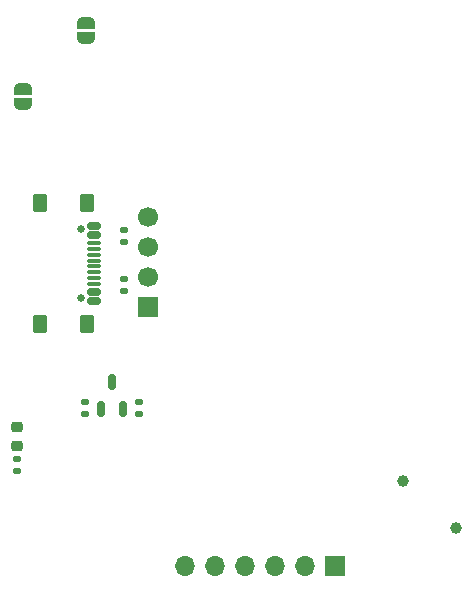
<source format=gbr>
%TF.GenerationSoftware,KiCad,Pcbnew,8.0.2-1.fc40*%
%TF.CreationDate,2025-03-27T00:28:51+07:00*%
%TF.ProjectId,magic-epaper,6d616769-632d-4657-9061-7065722e6b69,rev?*%
%TF.SameCoordinates,Original*%
%TF.FileFunction,Soldermask,Bot*%
%TF.FilePolarity,Negative*%
%FSLAX46Y46*%
G04 Gerber Fmt 4.6, Leading zero omitted, Abs format (unit mm)*
G04 Created by KiCad (PCBNEW 8.0.2-1.fc40) date 2025-03-27 00:28:51*
%MOMM*%
%LPD*%
G01*
G04 APERTURE LIST*
G04 Aperture macros list*
%AMRoundRect*
0 Rectangle with rounded corners*
0 $1 Rounding radius*
0 $2 $3 $4 $5 $6 $7 $8 $9 X,Y pos of 4 corners*
0 Add a 4 corners polygon primitive as box body*
4,1,4,$2,$3,$4,$5,$6,$7,$8,$9,$2,$3,0*
0 Add four circle primitives for the rounded corners*
1,1,$1+$1,$2,$3*
1,1,$1+$1,$4,$5*
1,1,$1+$1,$6,$7*
1,1,$1+$1,$8,$9*
0 Add four rect primitives between the rounded corners*
20,1,$1+$1,$2,$3,$4,$5,0*
20,1,$1+$1,$4,$5,$6,$7,0*
20,1,$1+$1,$6,$7,$8,$9,0*
20,1,$1+$1,$8,$9,$2,$3,0*%
%AMFreePoly0*
4,1,19,0.500000,-0.750000,0.000000,-0.750000,0.000000,-0.744911,-0.071157,-0.744911,-0.207708,-0.704816,-0.327430,-0.627875,-0.420627,-0.520320,-0.479746,-0.390866,-0.500000,-0.250000,-0.500000,0.250000,-0.479746,0.390866,-0.420627,0.520320,-0.327430,0.627875,-0.207708,0.704816,-0.071157,0.744911,0.000000,0.744911,0.000000,0.750000,0.500000,0.750000,0.500000,-0.750000,0.500000,-0.750000,
$1*%
%AMFreePoly1*
4,1,19,0.000000,0.744911,0.071157,0.744911,0.207708,0.704816,0.327430,0.627875,0.420627,0.520320,0.479746,0.390866,0.500000,0.250000,0.500000,-0.250000,0.479746,-0.390866,0.420627,-0.520320,0.327430,-0.627875,0.207708,-0.704816,0.071157,-0.744911,0.000000,-0.744911,0.000000,-0.750000,-0.500000,-0.750000,-0.500000,0.750000,0.000000,0.750000,0.000000,0.744911,0.000000,0.744911,
$1*%
G04 Aperture macros list end*
%ADD10R,1.700000X1.700000*%
%ADD11O,1.700000X1.700000*%
%ADD12C,1.000000*%
%ADD13FreePoly0,270.000000*%
%ADD14FreePoly1,270.000000*%
%ADD15C,0.650000*%
%ADD16RoundRect,0.150000X0.425000X-0.150000X0.425000X0.150000X-0.425000X0.150000X-0.425000X-0.150000X0*%
%ADD17RoundRect,0.075000X0.500000X-0.075000X0.500000X0.075000X-0.500000X0.075000X-0.500000X-0.075000X0*%
%ADD18RoundRect,0.150000X0.450000X-0.600000X0.450000X0.600000X-0.450000X0.600000X-0.450000X-0.600000X0*%
%ADD19RoundRect,0.135000X-0.185000X0.135000X-0.185000X-0.135000X0.185000X-0.135000X0.185000X0.135000X0*%
%ADD20RoundRect,0.218750X-0.256250X0.218750X-0.256250X-0.218750X0.256250X-0.218750X0.256250X0.218750X0*%
%ADD21RoundRect,0.140000X-0.170000X0.140000X-0.170000X-0.140000X0.170000X-0.140000X0.170000X0.140000X0*%
%ADD22RoundRect,0.140000X0.170000X-0.140000X0.170000X0.140000X-0.170000X0.140000X-0.170000X-0.140000X0*%
%ADD23RoundRect,0.150000X0.150000X-0.512500X0.150000X0.512500X-0.150000X0.512500X-0.150000X-0.512500X0*%
%ADD24FreePoly0,90.000000*%
%ADD25FreePoly1,90.000000*%
%ADD26C,1.700000*%
%ADD27RoundRect,0.135000X0.185000X-0.135000X0.185000X0.135000X-0.185000X0.135000X-0.185000X-0.135000X0*%
G04 APERTURE END LIST*
D10*
%TO.C,J2*%
X136750000Y-126150000D03*
D11*
X134210000Y-126150000D03*
X131670000Y-126150000D03*
X129130000Y-126150000D03*
X126590000Y-126150000D03*
X124050000Y-126150000D03*
%TD*%
D12*
%TO.C,AE1*%
X146944141Y-122977000D03*
X142458859Y-118977000D03*
%TD*%
D13*
%TO.C,JP1*%
X115682000Y-80158000D03*
D14*
X115682000Y-81458000D03*
%TD*%
D15*
%TO.C,J3*%
X115225000Y-103438500D03*
X115225000Y-97658500D03*
D16*
X116300000Y-103748500D03*
X116300000Y-102948500D03*
D17*
X116300000Y-101798500D03*
X116300000Y-100798500D03*
X116300000Y-100298500D03*
X116300000Y-99298500D03*
D16*
X116300000Y-98148500D03*
X116300000Y-97348500D03*
X116300000Y-97348500D03*
X116300000Y-98148500D03*
D17*
X116300000Y-98798500D03*
X116300000Y-99798500D03*
X116300000Y-101298500D03*
X116300000Y-102298500D03*
D16*
X116300000Y-102948500D03*
X116300000Y-103748500D03*
D18*
X111795000Y-105658500D03*
X115725000Y-105658500D03*
X111795000Y-95438500D03*
X115725000Y-95438500D03*
%TD*%
D19*
%TO.C,R5*%
X118900000Y-101830000D03*
X118900000Y-102850000D03*
%TD*%
D20*
%TO.C,D4*%
X109800000Y-114418250D03*
X109800000Y-115993250D03*
%TD*%
D21*
%TO.C,C26*%
X115590000Y-112307500D03*
X115590000Y-113267500D03*
%TD*%
D22*
%TO.C,C25*%
X120101600Y-113267500D03*
X120101600Y-112307500D03*
%TD*%
D23*
%TO.C,U3*%
X118800000Y-112850000D03*
X116900000Y-112850000D03*
X117850000Y-110575000D03*
%TD*%
D24*
%TO.C,JP2*%
X110348000Y-87046000D03*
D25*
X110348000Y-85746000D03*
%TD*%
D10*
%TO.C,J4*%
X120880000Y-104240000D03*
D26*
X120880000Y-101700000D03*
X120880000Y-99160000D03*
X120880000Y-96620000D03*
%TD*%
D27*
%TO.C,R8*%
X109800000Y-118126750D03*
X109800000Y-117106750D03*
%TD*%
%TO.C,R6*%
X118900000Y-98750000D03*
X118900000Y-97730000D03*
%TD*%
M02*

</source>
